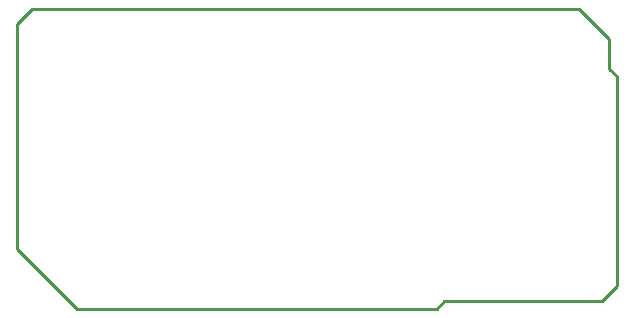
<source format=gbr>
G04 EAGLE Gerber X2 export*
%TF.Part,Single*%
%TF.FileFunction,Profile,NP*%
%TF.FilePolarity,Positive*%
%TF.GenerationSoftware,Autodesk,EAGLE,9.0.1*%
%TF.CreationDate,2018-06-21T02:26:47Z*%
G75*
%MOMM*%
%FSLAX34Y34*%
%LPD*%
%AMOC8*
5,1,8,0,0,1.08239X$1,22.5*%
G01*
%ADD10C,0.254000*%


D10*
X0Y50800D02*
X50800Y0D01*
X355600Y0D01*
X361950Y6350D01*
X495300Y6350D01*
X508000Y19050D01*
X508000Y196850D01*
X501650Y203200D01*
X501650Y228600D01*
X476250Y254000D01*
X12700Y254000D01*
X0Y241300D01*
X0Y50800D01*
M02*

</source>
